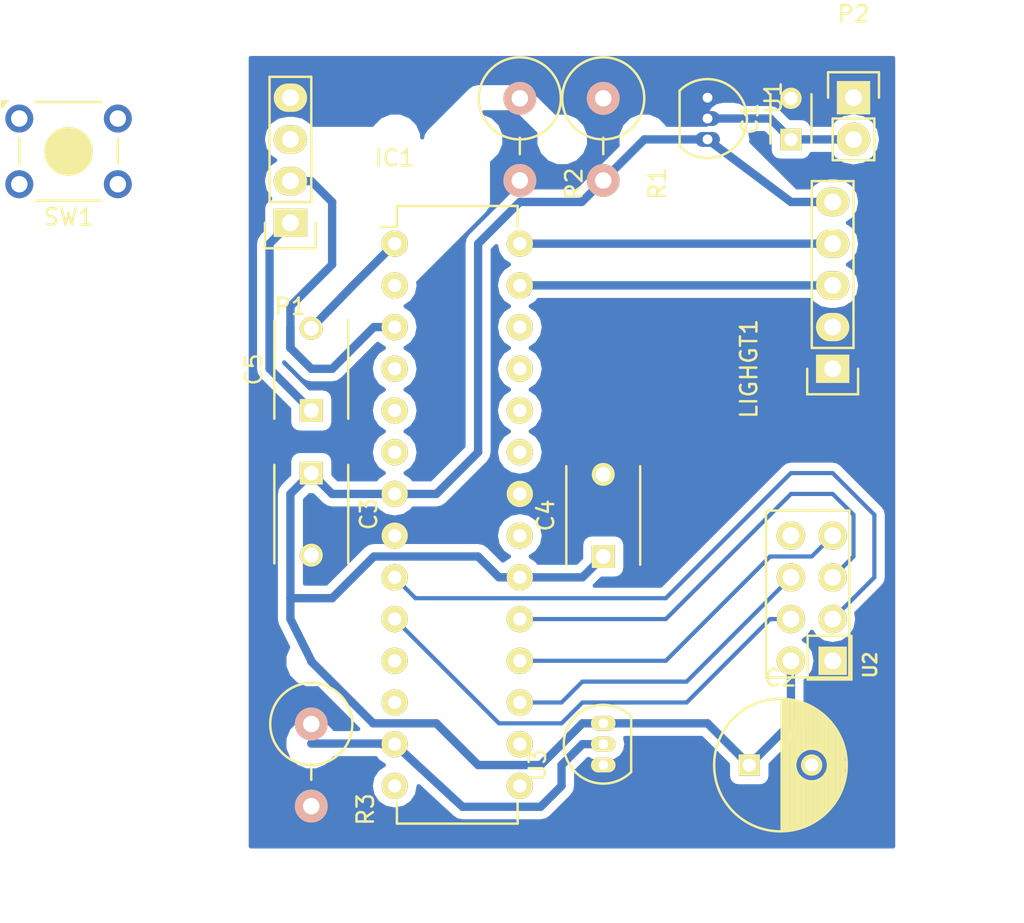
<source format=kicad_pcb>
(kicad_pcb (version 4) (host pcbnew 4.0.1-stable)

  (general
    (links 41)
    (no_connects 8)
    (area 124.354999 90.295 190.88 148.750001)
    (thickness 1.6)
    (drawings 8)
    (tracks 96)
    (zones 0)
    (modules 16)
    (nets 17)
  )

  (page A4)
  (layers
    (0 F.Cu signal)
    (31 B.Cu signal)
    (33 F.Adhes user)
    (35 F.Paste user)
    (37 F.SilkS user)
    (39 F.Mask user)
    (40 Dwgs.User user)
    (41 Cmts.User user)
    (42 Eco1.User user)
    (43 Eco2.User user)
    (44 Edge.Cuts user)
    (45 Margin user)
    (47 F.CrtYd user)
    (49 F.Fab user)
  )

  (setup
    (last_trace_width 0.254)
    (user_trace_width 0.254)
    (user_trace_width 0.508)
    (user_trace_width 1.16)
    (trace_clearance 0.2)
    (zone_clearance 0.508)
    (zone_45_only no)
    (trace_min 0.254)
    (segment_width 0.2)
    (edge_width 0.15)
    (via_size 0.6)
    (via_drill 0.4)
    (via_min_size 0.4)
    (via_min_drill 0.3)
    (uvia_size 0.3)
    (uvia_drill 0.1)
    (uvias_allowed no)
    (uvia_min_size 0.2)
    (uvia_min_drill 0.1)
    (pcb_text_width 0.3)
    (pcb_text_size 1.5 1.5)
    (mod_edge_width 0.15)
    (mod_text_size 1 1)
    (mod_text_width 0.15)
    (pad_size 1.524 1.524)
    (pad_drill 0.762)
    (pad_to_mask_clearance 0.2)
    (aux_axis_origin 0 0)
    (visible_elements 7FFFFFFF)
    (pcbplotparams
      (layerselection 0x00030_80000001)
      (usegerberextensions false)
      (excludeedgelayer true)
      (linewidth 0.100000)
      (plotframeref false)
      (viasonmask false)
      (mode 1)
      (useauxorigin false)
      (hpglpennumber 1)
      (hpglpenspeed 20)
      (hpglpendiameter 15)
      (hpglpenoverlay 2)
      (psnegative false)
      (psa4output false)
      (plotreference true)
      (plotvalue true)
      (plotinvisibletext false)
      (padsonsilk false)
      (subtractmaskfromsilk false)
      (outputformat 1)
      (mirror false)
      (drillshape 1)
      (scaleselection 1)
      (outputdirectory ""))
  )

  (net 0 "")
  (net 1 "Net-(C1-Pad1)")
  (net 2 GND)
  (net 3 +3V3)
  (net 4 /RESET)
  (net 5 /TX)
  (net 6 /RX)
  (net 7 /CE)
  (net 8 /CSN)
  (net 9 "Net-(IC1-Pad13)")
  (net 10 /MOSI)
  (net 11 /MISO)
  (net 12 /SCK)
  (net 13 /SDA)
  (net 14 /SCL)
  (net 15 "Net-(C5-Pad1)")
  (net 16 "Net-(P1-Pad3)")

  (net_class Default "Toto je výchozí třída sítě."
    (clearance 0.2)
    (trace_width 0.254)
    (via_dia 0.6)
    (via_drill 0.4)
    (uvia_dia 0.3)
    (uvia_drill 0.1)
    (add_net /CE)
    (add_net /CSN)
    (add_net /MISO)
    (add_net /MOSI)
    (add_net /RESET)
    (add_net /RX)
    (add_net /SCK)
    (add_net /SCL)
    (add_net /SDA)
    (add_net /TX)
    (add_net GND)
    (add_net "Net-(C1-Pad1)")
    (add_net "Net-(C5-Pad1)")
    (add_net "Net-(IC1-Pad13)")
    (add_net "Net-(P1-Pad3)")
  )

  (net_class Power ""
    (clearance 0.2)
    (trace_width 0.508)
    (via_dia 0.6)
    (via_drill 0.4)
    (uvia_dia 0.3)
    (uvia_drill 0.1)
    (add_net +3V3)
  )

  (module Resistors_ThroughHole:Resistor_Vertical_RM5mm (layer F.Cu) (tedit 0) (tstamp 56B7B90D)
    (at 161.29 99.06 270)
    (descr "Resistor, Vertical, RM 5mm, 1/3W,")
    (tags "Resistor, Vertical, RM 5mm, 1/3W,")
    (path /56B6B171)
    (fp_text reference R1 (at 2.70002 -3.29946 270) (layer F.SilkS)
      (effects (font (size 1 1) (thickness 0.15)))
    )
    (fp_text value 10k (at 0 4.50088 270) (layer F.Fab)
      (effects (font (size 1 1) (thickness 0.15)))
    )
    (fp_line (start -0.09906 0) (end 0.9017 0) (layer F.SilkS) (width 0.15))
    (fp_circle (center -2.49936 0) (end 0 0) (layer F.SilkS) (width 0.15))
    (pad 1 thru_hole circle (at -2.49936 0 270) (size 1.99898 1.99898) (drill 1.00076) (layers *.Cu *.SilkS *.Mask)
      (net 4 /RESET))
    (pad 2 thru_hole circle (at 2.5019 0 270) (size 1.99898 1.99898) (drill 1.00076) (layers *.Cu *.SilkS *.Mask)
      (net 3 +3V3))
  )

  (module Pin_Headers:Pin_Header_Straight_1x02 (layer F.Cu) (tedit 54EA090C) (tstamp 56B7A7F9)
    (at 176.53 96.52)
    (descr "Through hole pin header")
    (tags "pin header")
    (path /56B7A368)
    (fp_text reference P2 (at 0 -5.1) (layer F.SilkS)
      (effects (font (size 1 1) (thickness 0.15)))
    )
    (fp_text value CONN_01X02 (at 0 -3.1) (layer F.Fab)
      (effects (font (size 1 1) (thickness 0.15)))
    )
    (fp_line (start 1.27 1.27) (end 1.27 3.81) (layer F.SilkS) (width 0.15))
    (fp_line (start 1.55 -1.55) (end 1.55 0) (layer F.SilkS) (width 0.15))
    (fp_line (start -1.75 -1.75) (end -1.75 4.3) (layer F.CrtYd) (width 0.05))
    (fp_line (start 1.75 -1.75) (end 1.75 4.3) (layer F.CrtYd) (width 0.05))
    (fp_line (start -1.75 -1.75) (end 1.75 -1.75) (layer F.CrtYd) (width 0.05))
    (fp_line (start -1.75 4.3) (end 1.75 4.3) (layer F.CrtYd) (width 0.05))
    (fp_line (start 1.27 1.27) (end -1.27 1.27) (layer F.SilkS) (width 0.15))
    (fp_line (start -1.55 0) (end -1.55 -1.55) (layer F.SilkS) (width 0.15))
    (fp_line (start -1.55 -1.55) (end 1.55 -1.55) (layer F.SilkS) (width 0.15))
    (fp_line (start -1.27 1.27) (end -1.27 3.81) (layer F.SilkS) (width 0.15))
    (fp_line (start -1.27 3.81) (end 1.27 3.81) (layer F.SilkS) (width 0.15))
    (pad 1 thru_hole rect (at 0 0) (size 2.032 2.032) (drill 1.016) (layers *.Cu *.Mask F.SilkS)
      (net 2 GND))
    (pad 2 thru_hole oval (at 0 2.54) (size 2.032 2.032) (drill 1.016) (layers *.Cu *.Mask F.SilkS)
      (net 1 "Net-(C1-Pad1)"))
    (model Pin_Headers.3dshapes/Pin_Header_Straight_1x02.wrl
      (at (xyz 0 -0.05 0))
      (scale (xyz 1 1 1))
      (rotate (xyz 0 0 90))
    )
  )

  (module Pin_Headers:Pin_Header_Straight_1x04 (layer F.Cu) (tedit 0) (tstamp 56B6ECB5)
    (at 142.24 104.14 180)
    (descr "Through hole pin header")
    (tags "pin header")
    (path /56B6B39A)
    (fp_text reference P1 (at 0 -5.1 180) (layer F.SilkS)
      (effects (font (size 1 1) (thickness 0.15)))
    )
    (fp_text value FTDI (at 0 -3.1 180) (layer F.Fab)
      (effects (font (size 1 1) (thickness 0.15)))
    )
    (fp_line (start -1.75 -1.75) (end -1.75 9.4) (layer F.CrtYd) (width 0.05))
    (fp_line (start 1.75 -1.75) (end 1.75 9.4) (layer F.CrtYd) (width 0.05))
    (fp_line (start -1.75 -1.75) (end 1.75 -1.75) (layer F.CrtYd) (width 0.05))
    (fp_line (start -1.75 9.4) (end 1.75 9.4) (layer F.CrtYd) (width 0.05))
    (fp_line (start -1.27 1.27) (end -1.27 8.89) (layer F.SilkS) (width 0.15))
    (fp_line (start 1.27 1.27) (end 1.27 8.89) (layer F.SilkS) (width 0.15))
    (fp_line (start 1.55 -1.55) (end 1.55 0) (layer F.SilkS) (width 0.15))
    (fp_line (start -1.27 8.89) (end 1.27 8.89) (layer F.SilkS) (width 0.15))
    (fp_line (start 1.27 1.27) (end -1.27 1.27) (layer F.SilkS) (width 0.15))
    (fp_line (start -1.55 0) (end -1.55 -1.55) (layer F.SilkS) (width 0.15))
    (fp_line (start -1.55 -1.55) (end 1.55 -1.55) (layer F.SilkS) (width 0.15))
    (pad 1 thru_hole rect (at 0 0 180) (size 2.032 1.7272) (drill 1.016) (layers *.Cu *.Mask F.SilkS)
      (net 15 "Net-(C5-Pad1)"))
    (pad 2 thru_hole oval (at 0 2.54 180) (size 2.032 1.7272) (drill 1.016) (layers *.Cu *.Mask F.SilkS)
      (net 6 /RX))
    (pad 3 thru_hole oval (at 0 5.08 180) (size 2.032 1.7272) (drill 1.016) (layers *.Cu *.Mask F.SilkS)
      (net 16 "Net-(P1-Pad3)"))
    (pad 4 thru_hole oval (at 0 7.62 180) (size 2.032 1.7272) (drill 1.016) (layers *.Cu *.Mask F.SilkS)
      (net 2 GND))
    (model Pin_Headers.3dshapes/Pin_Header_Straight_1x04.wrl
      (at (xyz 0 -0.15 0))
      (scale (xyz 1 1 1))
      (rotate (xyz 0 0 90))
    )
  )

  (module TO_SOT_Packages_THT:TO-92_Inline_Narrow_Oval (layer F.Cu) (tedit 54F24281) (tstamp 56B67598)
    (at 167.64 96.52 270)
    (descr "TO-92 leads in-line, narrow, oval pads, drill 0.6mm (see NXP sot054_po.pdf)")
    (tags "to-92 sc-43 sc-43a sot54 PA33 transistor")
    (path /56B664E1)
    (fp_text reference U1 (at 0 -4 270) (layer F.SilkS)
      (effects (font (size 1 1) (thickness 0.15)))
    )
    (fp_text value MCP1702-3.3 (at 0 3 270) (layer F.Fab)
      (effects (font (size 1 1) (thickness 0.15)))
    )
    (fp_line (start -1.4 1.95) (end -1.4 -2.65) (layer F.CrtYd) (width 0.05))
    (fp_line (start -1.4 1.95) (end 3.95 1.95) (layer F.CrtYd) (width 0.05))
    (fp_line (start -0.43 1.7) (end 2.97 1.7) (layer F.SilkS) (width 0.15))
    (fp_arc (start 1.27 0) (end 1.27 -2.4) (angle -135) (layer F.SilkS) (width 0.15))
    (fp_arc (start 1.27 0) (end 1.27 -2.4) (angle 135) (layer F.SilkS) (width 0.15))
    (fp_line (start -1.4 -2.65) (end 3.95 -2.65) (layer F.CrtYd) (width 0.05))
    (fp_line (start 3.95 1.95) (end 3.95 -2.65) (layer F.CrtYd) (width 0.05))
    (pad 2 thru_hole oval (at 1.27 0 90) (size 0.89916 1.50114) (drill 0.6) (layers *.Cu *.Mask)
      (net 1 "Net-(C1-Pad1)"))
    (pad 3 thru_hole oval (at 2.54 0 90) (size 0.89916 1.50114) (drill 0.6) (layers *.Cu *.Mask)
      (net 3 +3V3))
    (pad 1 thru_hole oval (at 0 0 90) (size 0.89916 1.50114) (drill 0.6) (layers *.Cu *.Mask)
      (net 2 GND))
    (model TO_SOT_Packages_THT.3dshapes/TO-92_Inline_Narrow_Oval.wrl
      (at (xyz 0.05 0 0))
      (scale (xyz 1 1 1))
      (rotate (xyz 0 0 -90))
    )
  )

  (module Capacitors_ThroughHole:C_Disc_D6_P5 (layer F.Cu) (tedit 0) (tstamp 56B67554)
    (at 143.51 119.38 270)
    (descr "Capacitor 6mm Disc, Pitch 5mm")
    (tags Capacitor)
    (path /56B667B6)
    (fp_text reference C3 (at 2.5 -3.5 270) (layer F.SilkS)
      (effects (font (size 1 1) (thickness 0.15)))
    )
    (fp_text value 100n (at 2.5 3.5 270) (layer F.Fab)
      (effects (font (size 1 1) (thickness 0.15)))
    )
    (fp_line (start -0.95 -2.5) (end 5.95 -2.5) (layer F.CrtYd) (width 0.05))
    (fp_line (start 5.95 -2.5) (end 5.95 2.5) (layer F.CrtYd) (width 0.05))
    (fp_line (start 5.95 2.5) (end -0.95 2.5) (layer F.CrtYd) (width 0.05))
    (fp_line (start -0.95 2.5) (end -0.95 -2.5) (layer F.CrtYd) (width 0.05))
    (fp_line (start -0.5 -2.25) (end 5.5 -2.25) (layer F.SilkS) (width 0.15))
    (fp_line (start 5.5 2.25) (end -0.5 2.25) (layer F.SilkS) (width 0.15))
    (pad 1 thru_hole rect (at 0 0 270) (size 1.4 1.4) (drill 0.9) (layers *.Cu *.Mask F.SilkS)
      (net 3 +3V3))
    (pad 2 thru_hole circle (at 5 0 270) (size 1.4 1.4) (drill 0.9) (layers *.Cu *.Mask F.SilkS)
      (net 2 GND))
    (model Capacitors_ThroughHole.3dshapes/C_Disc_D6_P5.wrl
      (at (xyz 0.0984252 0 0))
      (scale (xyz 1 1 1))
      (rotate (xyz 0 0 0))
    )
  )

  (module Capacitors_ThroughHole:C_Disc_D6_P5 (layer F.Cu) (tedit 0) (tstamp 56B6755A)
    (at 161.29 124.46 90)
    (descr "Capacitor 6mm Disc, Pitch 5mm")
    (tags Capacitor)
    (path /56B66724)
    (fp_text reference C4 (at 2.5 -3.5 90) (layer F.SilkS)
      (effects (font (size 1 1) (thickness 0.15)))
    )
    (fp_text value 100n (at 2.5 3.5 90) (layer F.Fab)
      (effects (font (size 1 1) (thickness 0.15)))
    )
    (fp_line (start -0.95 -2.5) (end 5.95 -2.5) (layer F.CrtYd) (width 0.05))
    (fp_line (start 5.95 -2.5) (end 5.95 2.5) (layer F.CrtYd) (width 0.05))
    (fp_line (start 5.95 2.5) (end -0.95 2.5) (layer F.CrtYd) (width 0.05))
    (fp_line (start -0.95 2.5) (end -0.95 -2.5) (layer F.CrtYd) (width 0.05))
    (fp_line (start -0.5 -2.25) (end 5.5 -2.25) (layer F.SilkS) (width 0.15))
    (fp_line (start 5.5 2.25) (end -0.5 2.25) (layer F.SilkS) (width 0.15))
    (pad 1 thru_hole rect (at 0 0 90) (size 1.4 1.4) (drill 0.9) (layers *.Cu *.Mask F.SilkS)
      (net 3 +3V3))
    (pad 2 thru_hole circle (at 5 0 90) (size 1.4 1.4) (drill 0.9) (layers *.Cu *.Mask F.SilkS)
      (net 2 GND))
    (model Capacitors_ThroughHole.3dshapes/C_Disc_D6_P5.wrl
      (at (xyz 0.0984252 0 0))
      (scale (xyz 1 1 1))
      (rotate (xyz 0 0 0))
    )
  )

  (module Housings_DIP:DIP-28_W7.62mm (layer F.Cu) (tedit 54130A77) (tstamp 56B6757A)
    (at 148.59 105.41)
    (descr "28-lead dip package, row spacing 7.62 mm (300 mils)")
    (tags "dil dip 2.54 300")
    (path /56B6591B)
    (fp_text reference IC1 (at 0 -5.22) (layer F.SilkS)
      (effects (font (size 1 1) (thickness 0.15)))
    )
    (fp_text value ATMEGA328P-P (at 0 -3.72) (layer F.Fab)
      (effects (font (size 1 1) (thickness 0.15)))
    )
    (fp_line (start -1.05 -2.45) (end -1.05 35.5) (layer F.CrtYd) (width 0.05))
    (fp_line (start 8.65 -2.45) (end 8.65 35.5) (layer F.CrtYd) (width 0.05))
    (fp_line (start -1.05 -2.45) (end 8.65 -2.45) (layer F.CrtYd) (width 0.05))
    (fp_line (start -1.05 35.5) (end 8.65 35.5) (layer F.CrtYd) (width 0.05))
    (fp_line (start 0.135 -2.295) (end 0.135 -1.025) (layer F.SilkS) (width 0.15))
    (fp_line (start 7.485 -2.295) (end 7.485 -1.025) (layer F.SilkS) (width 0.15))
    (fp_line (start 7.485 35.315) (end 7.485 34.045) (layer F.SilkS) (width 0.15))
    (fp_line (start 0.135 35.315) (end 0.135 34.045) (layer F.SilkS) (width 0.15))
    (fp_line (start 0.135 -2.295) (end 7.485 -2.295) (layer F.SilkS) (width 0.15))
    (fp_line (start 0.135 35.315) (end 7.485 35.315) (layer F.SilkS) (width 0.15))
    (fp_line (start 0.135 -1.025) (end -0.8 -1.025) (layer F.SilkS) (width 0.15))
    (pad 1 thru_hole oval (at 0 0) (size 1.6 1.6) (drill 0.8) (layers *.Cu *.Mask F.SilkS)
      (net 4 /RESET))
    (pad 2 thru_hole oval (at 0 2.54) (size 1.6 1.6) (drill 0.8) (layers *.Cu *.Mask F.SilkS)
      (net 5 /TX))
    (pad 3 thru_hole oval (at 0 5.08) (size 1.6 1.6) (drill 0.8) (layers *.Cu *.Mask F.SilkS)
      (net 6 /RX))
    (pad 4 thru_hole oval (at 0 7.62) (size 1.6 1.6) (drill 0.8) (layers *.Cu *.Mask F.SilkS))
    (pad 5 thru_hole oval (at 0 10.16) (size 1.6 1.6) (drill 0.8) (layers *.Cu *.Mask F.SilkS))
    (pad 6 thru_hole oval (at 0 12.7) (size 1.6 1.6) (drill 0.8) (layers *.Cu *.Mask F.SilkS))
    (pad 7 thru_hole oval (at 0 15.24) (size 1.6 1.6) (drill 0.8) (layers *.Cu *.Mask F.SilkS)
      (net 3 +3V3))
    (pad 8 thru_hole oval (at 0 17.78) (size 1.6 1.6) (drill 0.8) (layers *.Cu *.Mask F.SilkS)
      (net 2 GND))
    (pad 9 thru_hole oval (at 0 20.32) (size 1.6 1.6) (drill 0.8) (layers *.Cu *.Mask F.SilkS)
      (net 7 /CE))
    (pad 10 thru_hole oval (at 0 22.86) (size 1.6 1.6) (drill 0.8) (layers *.Cu *.Mask F.SilkS)
      (net 8 /CSN))
    (pad 11 thru_hole oval (at 0 25.4) (size 1.6 1.6) (drill 0.8) (layers *.Cu *.Mask F.SilkS))
    (pad 12 thru_hole oval (at 0 27.94) (size 1.6 1.6) (drill 0.8) (layers *.Cu *.Mask F.SilkS))
    (pad 13 thru_hole oval (at 0 30.48) (size 1.6 1.6) (drill 0.8) (layers *.Cu *.Mask F.SilkS)
      (net 9 "Net-(IC1-Pad13)"))
    (pad 14 thru_hole oval (at 0 33.02) (size 1.6 1.6) (drill 0.8) (layers *.Cu *.Mask F.SilkS))
    (pad 15 thru_hole oval (at 7.62 33.02) (size 1.6 1.6) (drill 0.8) (layers *.Cu *.Mask F.SilkS))
    (pad 16 thru_hole oval (at 7.62 30.48) (size 1.6 1.6) (drill 0.8) (layers *.Cu *.Mask F.SilkS))
    (pad 17 thru_hole oval (at 7.62 27.94) (size 1.6 1.6) (drill 0.8) (layers *.Cu *.Mask F.SilkS)
      (net 10 /MOSI))
    (pad 18 thru_hole oval (at 7.62 25.4) (size 1.6 1.6) (drill 0.8) (layers *.Cu *.Mask F.SilkS)
      (net 11 /MISO))
    (pad 19 thru_hole oval (at 7.62 22.86) (size 1.6 1.6) (drill 0.8) (layers *.Cu *.Mask F.SilkS)
      (net 12 /SCK))
    (pad 20 thru_hole oval (at 7.62 20.32) (size 1.6 1.6) (drill 0.8) (layers *.Cu *.Mask F.SilkS)
      (net 3 +3V3))
    (pad 21 thru_hole oval (at 7.62 17.78) (size 1.6 1.6) (drill 0.8) (layers *.Cu *.Mask F.SilkS))
    (pad 22 thru_hole oval (at 7.62 15.24) (size 1.6 1.6) (drill 0.8) (layers *.Cu *.Mask F.SilkS)
      (net 2 GND))
    (pad 23 thru_hole oval (at 7.62 12.7) (size 1.6 1.6) (drill 0.8) (layers *.Cu *.Mask F.SilkS))
    (pad 24 thru_hole oval (at 7.62 10.16) (size 1.6 1.6) (drill 0.8) (layers *.Cu *.Mask F.SilkS))
    (pad 25 thru_hole oval (at 7.62 7.62) (size 1.6 1.6) (drill 0.8) (layers *.Cu *.Mask F.SilkS))
    (pad 26 thru_hole oval (at 7.62 5.08) (size 1.6 1.6) (drill 0.8) (layers *.Cu *.Mask F.SilkS))
    (pad 27 thru_hole oval (at 7.62 2.54) (size 1.6 1.6) (drill 0.8) (layers *.Cu *.Mask F.SilkS)
      (net 13 /SDA))
    (pad 28 thru_hole oval (at 7.62 0) (size 1.6 1.6) (drill 0.8) (layers *.Cu *.Mask F.SilkS)
      (net 14 /SCL))
    (model Housings_DIP.3dshapes/DIP-28_W7.62mm.wrl
      (at (xyz 0 0 0))
      (scale (xyz 1 1 1))
      (rotate (xyz 0 0 0))
    )
  )

  (module Socket_Strips:Socket_Strip_Straight_1x05 (layer F.Cu) (tedit 0) (tstamp 56B67583)
    (at 175.26 113.03 90)
    (descr "Through hole socket strip")
    (tags "socket strip")
    (path /56B65F15)
    (fp_text reference LIGHGT1 (at 0 -5.1 90) (layer F.SilkS)
      (effects (font (size 1 1) (thickness 0.15)))
    )
    (fp_text value BH1750 (at 0 -3.1 90) (layer F.Fab)
      (effects (font (size 1 1) (thickness 0.15)))
    )
    (fp_line (start -1.75 -1.75) (end -1.75 1.75) (layer F.CrtYd) (width 0.05))
    (fp_line (start 11.95 -1.75) (end 11.95 1.75) (layer F.CrtYd) (width 0.05))
    (fp_line (start -1.75 -1.75) (end 11.95 -1.75) (layer F.CrtYd) (width 0.05))
    (fp_line (start -1.75 1.75) (end 11.95 1.75) (layer F.CrtYd) (width 0.05))
    (fp_line (start 1.27 1.27) (end 11.43 1.27) (layer F.SilkS) (width 0.15))
    (fp_line (start 11.43 1.27) (end 11.43 -1.27) (layer F.SilkS) (width 0.15))
    (fp_line (start 11.43 -1.27) (end 1.27 -1.27) (layer F.SilkS) (width 0.15))
    (fp_line (start -1.55 1.55) (end 0 1.55) (layer F.SilkS) (width 0.15))
    (fp_line (start 1.27 1.27) (end 1.27 -1.27) (layer F.SilkS) (width 0.15))
    (fp_line (start 0 -1.55) (end -1.55 -1.55) (layer F.SilkS) (width 0.15))
    (fp_line (start -1.55 -1.55) (end -1.55 1.55) (layer F.SilkS) (width 0.15))
    (pad 1 thru_hole rect (at 0 0 90) (size 1.7272 2.032) (drill 1.016) (layers *.Cu *.Mask F.SilkS)
      (net 2 GND))
    (pad 2 thru_hole oval (at 2.54 0 90) (size 1.7272 2.032) (drill 1.016) (layers *.Cu *.Mask F.SilkS)
      (net 2 GND))
    (pad 3 thru_hole oval (at 5.08 0 90) (size 1.7272 2.032) (drill 1.016) (layers *.Cu *.Mask F.SilkS)
      (net 13 /SDA))
    (pad 4 thru_hole oval (at 7.62 0 90) (size 1.7272 2.032) (drill 1.016) (layers *.Cu *.Mask F.SilkS)
      (net 14 /SCL))
    (pad 5 thru_hole oval (at 10.16 0 90) (size 1.7272 2.032) (drill 1.016) (layers *.Cu *.Mask F.SilkS)
      (net 3 +3V3))
    (model Socket_Strips.3dshapes/Socket_Strip_Straight_1x05.wrl
      (at (xyz 0.2 0 0))
      (scale (xyz 1 1 1))
      (rotate (xyz 0 0 180))
    )
  )

  (module Capacitors_ThroughHole:C_Disc_D6_P5 (layer F.Cu) (tedit 0) (tstamp 56B67838)
    (at 143.51 115.57 90)
    (descr "Capacitor 6mm Disc, Pitch 5mm")
    (tags Capacitor)
    (path /56B6C484)
    (fp_text reference C5 (at 2.5 -3.5 90) (layer F.SilkS)
      (effects (font (size 1 1) (thickness 0.15)))
    )
    (fp_text value 100n (at 2.5 3.5 90) (layer F.Fab)
      (effects (font (size 1 1) (thickness 0.15)))
    )
    (fp_line (start -0.95 -2.5) (end 5.95 -2.5) (layer F.CrtYd) (width 0.05))
    (fp_line (start 5.95 -2.5) (end 5.95 2.5) (layer F.CrtYd) (width 0.05))
    (fp_line (start 5.95 2.5) (end -0.95 2.5) (layer F.CrtYd) (width 0.05))
    (fp_line (start -0.95 2.5) (end -0.95 -2.5) (layer F.CrtYd) (width 0.05))
    (fp_line (start -0.5 -2.25) (end 5.5 -2.25) (layer F.SilkS) (width 0.15))
    (fp_line (start 5.5 2.25) (end -0.5 2.25) (layer F.SilkS) (width 0.15))
    (pad 1 thru_hole rect (at 0 0 90) (size 1.4 1.4) (drill 0.9) (layers *.Cu *.Mask F.SilkS)
      (net 15 "Net-(C5-Pad1)"))
    (pad 2 thru_hole circle (at 5 0 90) (size 1.4 1.4) (drill 0.9) (layers *.Cu *.Mask F.SilkS)
      (net 4 /RESET))
    (model Capacitors_ThroughHole.3dshapes/C_Disc_D6_P5.wrl
      (at (xyz 0.0984252 0 0))
      (scale (xyz 1 1 1))
      (rotate (xyz 0 0 0))
    )
  )

  (module TO_SOT_Packages_THT:TO-92_Inline_Narrow_Oval (layer F.Cu) (tedit 54F24281) (tstamp 56B6EC7B)
    (at 161.29 137.16 90)
    (descr "TO-92 leads in-line, narrow, oval pads, drill 0.6mm (see NXP sot054_po.pdf)")
    (tags "to-92 sc-43 sc-43a sot54 PA33 transistor")
    (path /56B6E8C1)
    (fp_text reference U3 (at 0 -4 90) (layer F.SilkS)
      (effects (font (size 1 1) (thickness 0.15)))
    )
    (fp_text value DS18B20 (at 0 3 90) (layer F.Fab)
      (effects (font (size 1 1) (thickness 0.15)))
    )
    (fp_line (start -1.4 1.95) (end -1.4 -2.65) (layer F.CrtYd) (width 0.05))
    (fp_line (start -1.4 1.95) (end 3.95 1.95) (layer F.CrtYd) (width 0.05))
    (fp_line (start -0.43 1.7) (end 2.97 1.7) (layer F.SilkS) (width 0.15))
    (fp_arc (start 1.27 0) (end 1.27 -2.4) (angle -135) (layer F.SilkS) (width 0.15))
    (fp_arc (start 1.27 0) (end 1.27 -2.4) (angle 135) (layer F.SilkS) (width 0.15))
    (fp_line (start -1.4 -2.65) (end 3.95 -2.65) (layer F.CrtYd) (width 0.05))
    (fp_line (start 3.95 1.95) (end 3.95 -2.65) (layer F.CrtYd) (width 0.05))
    (pad 2 thru_hole oval (at 1.27 0 270) (size 0.89916 1.50114) (drill 0.6) (layers *.Cu *.Mask F.SilkS)
      (net 9 "Net-(IC1-Pad13)"))
    (pad 3 thru_hole oval (at 2.54 0 270) (size 0.89916 1.50114) (drill 0.6) (layers *.Cu *.Mask F.SilkS)
      (net 3 +3V3))
    (pad 1 thru_hole oval (at 0 0 270) (size 0.89916 1.50114) (drill 0.6) (layers *.Cu *.Mask F.SilkS)
      (net 2 GND))
    (model TO_SOT_Packages_THT.3dshapes/TO-92_Inline_Narrow_Oval.wrl
      (at (xyz 0.05 0 0))
      (scale (xyz 1 1 1))
      (rotate (xyz 0 0 -90))
    )
  )

  (module Capacitors_ThroughHole:C_Radial_D8_L13_P3.8 (layer F.Cu) (tedit 0) (tstamp 56B7A63E)
    (at 170.18 137.16)
    (descr "Radial Electrolytic Capacitor Diameter 8mm x Length 13mm, Pitch 3.8mm")
    (tags "Electrolytic Capacitor")
    (path /56B66957)
    (fp_text reference C2 (at 1.9 -5.3) (layer F.SilkS)
      (effects (font (size 1 1) (thickness 0.15)))
    )
    (fp_text value 10u (at 1.9 5.3) (layer F.Fab)
      (effects (font (size 1 1) (thickness 0.15)))
    )
    (fp_line (start 1.975 -3.999) (end 1.975 3.999) (layer F.SilkS) (width 0.15))
    (fp_line (start 2.115 -3.994) (end 2.115 3.994) (layer F.SilkS) (width 0.15))
    (fp_line (start 2.255 -3.984) (end 2.255 3.984) (layer F.SilkS) (width 0.15))
    (fp_line (start 2.395 -3.969) (end 2.395 3.969) (layer F.SilkS) (width 0.15))
    (fp_line (start 2.535 -3.949) (end 2.535 3.949) (layer F.SilkS) (width 0.15))
    (fp_line (start 2.675 -3.924) (end 2.675 3.924) (layer F.SilkS) (width 0.15))
    (fp_line (start 2.815 -3.894) (end 2.815 -0.173) (layer F.SilkS) (width 0.15))
    (fp_line (start 2.815 0.173) (end 2.815 3.894) (layer F.SilkS) (width 0.15))
    (fp_line (start 2.955 -3.858) (end 2.955 -0.535) (layer F.SilkS) (width 0.15))
    (fp_line (start 2.955 0.535) (end 2.955 3.858) (layer F.SilkS) (width 0.15))
    (fp_line (start 3.095 -3.817) (end 3.095 -0.709) (layer F.SilkS) (width 0.15))
    (fp_line (start 3.095 0.709) (end 3.095 3.817) (layer F.SilkS) (width 0.15))
    (fp_line (start 3.235 -3.771) (end 3.235 -0.825) (layer F.SilkS) (width 0.15))
    (fp_line (start 3.235 0.825) (end 3.235 3.771) (layer F.SilkS) (width 0.15))
    (fp_line (start 3.375 -3.718) (end 3.375 -0.905) (layer F.SilkS) (width 0.15))
    (fp_line (start 3.375 0.905) (end 3.375 3.718) (layer F.SilkS) (width 0.15))
    (fp_line (start 3.515 -3.659) (end 3.515 -0.959) (layer F.SilkS) (width 0.15))
    (fp_line (start 3.515 0.959) (end 3.515 3.659) (layer F.SilkS) (width 0.15))
    (fp_line (start 3.655 -3.594) (end 3.655 -0.989) (layer F.SilkS) (width 0.15))
    (fp_line (start 3.655 0.989) (end 3.655 3.594) (layer F.SilkS) (width 0.15))
    (fp_line (start 3.795 -3.523) (end 3.795 -1) (layer F.SilkS) (width 0.15))
    (fp_line (start 3.795 1) (end 3.795 3.523) (layer F.SilkS) (width 0.15))
    (fp_line (start 3.935 -3.444) (end 3.935 -0.991) (layer F.SilkS) (width 0.15))
    (fp_line (start 3.935 0.991) (end 3.935 3.444) (layer F.SilkS) (width 0.15))
    (fp_line (start 4.075 -3.357) (end 4.075 -0.961) (layer F.SilkS) (width 0.15))
    (fp_line (start 4.075 0.961) (end 4.075 3.357) (layer F.SilkS) (width 0.15))
    (fp_line (start 4.215 -3.262) (end 4.215 -0.91) (layer F.SilkS) (width 0.15))
    (fp_line (start 4.215 0.91) (end 4.215 3.262) (layer F.SilkS) (width 0.15))
    (fp_line (start 4.355 -3.158) (end 4.355 -0.832) (layer F.SilkS) (width 0.15))
    (fp_line (start 4.355 0.832) (end 4.355 3.158) (layer F.SilkS) (width 0.15))
    (fp_line (start 4.495 -3.044) (end 4.495 -0.719) (layer F.SilkS) (width 0.15))
    (fp_line (start 4.495 0.719) (end 4.495 3.044) (layer F.SilkS) (width 0.15))
    (fp_line (start 4.635 -2.919) (end 4.635 -0.55) (layer F.SilkS) (width 0.15))
    (fp_line (start 4.635 0.55) (end 4.635 2.919) (layer F.SilkS) (width 0.15))
    (fp_line (start 4.775 -2.781) (end 4.775 -0.222) (layer F.SilkS) (width 0.15))
    (fp_line (start 4.775 0.222) (end 4.775 2.781) (layer F.SilkS) (width 0.15))
    (fp_line (start 4.915 -2.629) (end 4.915 2.629) (layer F.SilkS) (width 0.15))
    (fp_line (start 5.055 -2.459) (end 5.055 2.459) (layer F.SilkS) (width 0.15))
    (fp_line (start 5.195 -2.268) (end 5.195 2.268) (layer F.SilkS) (width 0.15))
    (fp_line (start 5.335 -2.05) (end 5.335 2.05) (layer F.SilkS) (width 0.15))
    (fp_line (start 5.475 -1.794) (end 5.475 1.794) (layer F.SilkS) (width 0.15))
    (fp_line (start 5.615 -1.483) (end 5.615 1.483) (layer F.SilkS) (width 0.15))
    (fp_line (start 5.755 -1.067) (end 5.755 1.067) (layer F.SilkS) (width 0.15))
    (fp_line (start 5.895 -0.2) (end 5.895 0.2) (layer F.SilkS) (width 0.15))
    (fp_circle (center 3.8 0) (end 3.8 -1) (layer F.SilkS) (width 0.15))
    (fp_circle (center 1.9 0) (end 1.9 -4.0375) (layer F.SilkS) (width 0.15))
    (fp_circle (center 1.9 0) (end 1.9 -4.3) (layer F.CrtYd) (width 0.05))
    (pad 1 thru_hole rect (at 0 0) (size 1.3 1.3) (drill 0.8) (layers *.Cu *.Mask F.SilkS)
      (net 3 +3V3))
    (pad 2 thru_hole circle (at 3.8 0) (size 1.3 1.3) (drill 0.8) (layers *.Cu *.Mask F.SilkS)
      (net 2 GND))
    (model Capacitors_ThroughHole.3dshapes/C_Radial_D8_L13_P3.8.wrl
      (at (xyz 0.0748031 0 0))
      (scale (xyz 1 1 1))
      (rotate (xyz 0 0 90))
    )
  )

  (module Capacitors_ThroughHole:C_Disc_D3_P2.5 (layer F.Cu) (tedit 0) (tstamp 56B7A7F4)
    (at 172.72 99.06 90)
    (descr "Capacitor 3mm Disc, Pitch 2.5mm")
    (tags Capacitor)
    (path /56B669AA)
    (fp_text reference C1 (at 1.25 -2.5 90) (layer F.SilkS)
      (effects (font (size 1 1) (thickness 0.15)))
    )
    (fp_text value 1u (at 1.25 2.5 90) (layer F.Fab)
      (effects (font (size 1 1) (thickness 0.15)))
    )
    (fp_line (start -0.9 -1.5) (end 3.4 -1.5) (layer F.CrtYd) (width 0.05))
    (fp_line (start 3.4 -1.5) (end 3.4 1.5) (layer F.CrtYd) (width 0.05))
    (fp_line (start 3.4 1.5) (end -0.9 1.5) (layer F.CrtYd) (width 0.05))
    (fp_line (start -0.9 1.5) (end -0.9 -1.5) (layer F.CrtYd) (width 0.05))
    (fp_line (start -0.25 -1.25) (end 2.75 -1.25) (layer F.SilkS) (width 0.15))
    (fp_line (start 2.75 1.25) (end -0.25 1.25) (layer F.SilkS) (width 0.15))
    (pad 1 thru_hole rect (at 0 0 90) (size 1.3 1.3) (drill 0.8) (layers *.Cu *.Mask F.SilkS)
      (net 1 "Net-(C1-Pad1)"))
    (pad 2 thru_hole circle (at 2.5 0 90) (size 1.3 1.3) (drill 0.8001) (layers *.Cu *.Mask F.SilkS)
      (net 2 GND))
    (model Capacitors_ThroughHole.3dshapes/C_Disc_D3_P2.5.wrl
      (at (xyz 0.0492126 0 0))
      (scale (xyz 1 1 1))
      (rotate (xyz 0 0 0))
    )
  )

  (module Modules:NRF24L01+ (layer F.Cu) (tedit 56B7B3FE) (tstamp 56B7B778)
    (at 176.53 132.08 270)
    (descr NRF24L01)
    (tags "nRF 24 NRF24L01 NRF24L01+")
    (path /56B663C1)
    (fp_text reference U2 (at -1.016 -1.016 270) (layer F.SilkS)
      (effects (font (size 0.8 0.8) (thickness 0.16)))
    )
    (fp_text value nRF24L01+ (at -8.382 7.112 270) (layer F.Fab) hide
      (effects (font (size 0.8 0.8) (thickness 0.16)))
    )
    (fp_line (start -15.25 28.8) (end 0 28.8) (layer F.CrtYd) (width 0.15))
    (fp_line (start 0 28.8) (end 0 0) (layer F.CrtYd) (width 0.15))
    (fp_line (start 0 0) (end -15.25 0) (layer F.CrtYd) (width 0.15))
    (fp_line (start -15.25 0) (end -15.25 28.8) (layer F.CrtYd) (width 0.15))
    (fp_line (start -2.794 0.127) (end -0.127 0.127) (layer F.SilkS) (width 0.15))
    (fp_line (start -0.127 0.127) (end -0.127 2.794) (layer F.SilkS) (width 0.15))
    (fp_line (start 0 0) (end -15.25 0) (layer B.CrtYd) (width 0.15))
    (fp_line (start -15.25 0) (end -15.25 28.8) (layer B.CrtYd) (width 0.15))
    (fp_line (start -15.25 28.8) (end 0 28.8) (layer B.CrtYd) (width 0.15))
    (fp_line (start 0 28.8) (end 0 0) (layer B.CrtYd) (width 0.15))
    (fp_line (start -7.874 0.254) (end -10.414 0.254) (layer F.SilkS) (width 0.15))
    (fp_line (start -10.414 0.254) (end -10.414 2.794) (layer F.SilkS) (width 0.15))
    (fp_line (start -2.794 0.254) (end -2.794 2.794) (layer F.SilkS) (width 0.15))
    (fp_line (start -2.794 2.794) (end -0.254 2.794) (layer F.SilkS) (width 0.15))
    (fp_line (start -10.894 -0.226) (end -10.894 5.824) (layer F.CrtYd) (width 0.05))
    (fp_line (start 0.256 -0.226) (end 0.256 5.824) (layer F.CrtYd) (width 0.05))
    (fp_line (start -10.894 -0.226) (end 0.256 -0.226) (layer F.CrtYd) (width 0.05))
    (fp_line (start -10.894 5.824) (end 0.256 5.824) (layer F.CrtYd) (width 0.05))
    (fp_line (start -7.874 0.254) (end -0.254 0.254) (layer F.SilkS) (width 0.15))
    (fp_line (start -0.254 0.254) (end -0.254 5.334) (layer F.SilkS) (width 0.15))
    (fp_line (start -0.254 5.334) (end -10.414 5.334) (layer F.SilkS) (width 0.15))
    (fp_line (start -10.414 5.334) (end -10.414 2.794) (layer F.SilkS) (width 0.15))
    (pad 7 thru_hole oval (at -8.89 1.27 270) (size 1.7272 1.7272) (drill 1.016) (layers *.Cu *.Mask F.SilkS)
      (net 11 /MISO))
    (pad 8 thru_hole oval (at -8.89 3.81 270) (size 1.7272 1.7272) (drill 1.016) (layers *.Cu *.Mask F.SilkS))
    (pad 5 thru_hole oval (at -6.35 1.27 270) (size 1.7272 1.7272) (drill 1.016) (layers *.Cu *.Mask F.SilkS)
      (net 12 /SCK))
    (pad 6 thru_hole oval (at -6.35 3.81 270) (size 1.7272 1.7272) (drill 1.016) (layers *.Cu *.Mask F.SilkS)
      (net 10 /MOSI))
    (pad 3 thru_hole oval (at -3.81 1.27 270) (size 1.7272 1.7272) (drill 1.016) (layers *.Cu *.Mask F.SilkS)
      (net 7 /CE))
    (pad 4 thru_hole oval (at -3.81 3.81 270) (size 1.7272 1.7272) (drill 1.016) (layers *.Cu *.Mask F.SilkS)
      (net 8 /CSN))
    (pad 1 thru_hole rect (at -1.27 1.27 270) (size 1.7272 1.7272) (drill 1.016) (layers *.Cu *.Mask F.SilkS)
      (net 2 GND))
    (pad 2 thru_hole oval (at -1.27 3.81 270) (size 1.7272 1.7272) (drill 1.016) (layers *.Cu *.Mask F.SilkS)
      (net 3 +3V3))
    (model Socket_Strips.3dshapes/Socket_Strip_Straight_2x04.wrl
      (at (xyz -0.21 -0.11 0))
      (scale (xyz 1 1 1))
      (rotate (xyz 0 0 0))
    )
    (model Pin_Headers.3dshapes/Pin_Header_Straight_2x04.wrl
      (at (xyz -0.21 -0.11 0.442))
      (scale (xyz 1 1 1))
      (rotate (xyz 0 180 0))
    )
    (model mysensors.3dshapes/nrf24l01.wrl
      (at (xyz -0.3 -0.5669999999999999 0.475))
      (scale (xyz 0.395 0.395 0.395))
      (rotate (xyz 0 0 0))
    )
    (model Housings_DFN_QFN.3dshapes/QFN-20-1EP_4x4mm_Pitch0.5mm.wrl
      (at (xyz -0.22 -0.51 0.509))
      (scale (xyz 1 1 1))
      (rotate (xyz 0 0 0))
    )
    (model mysensors.3dshapes/w.lain.3dshapes/crystal/crystal_hc-49s.wrl
      (at (xyz -0.5 -0.475 0.51))
      (scale (xyz 1 1 1))
      (rotate (xyz 0 0 90))
    )
  )

  (module Resistors_ThroughHole:Resistor_Vertical_RM5mm (layer F.Cu) (tedit 0) (tstamp 56B7B912)
    (at 156.21 99.06 270)
    (descr "Resistor, Vertical, RM 5mm, 1/3W,")
    (tags "Resistor, Vertical, RM 5mm, 1/3W,")
    (path /56B6C956)
    (fp_text reference R2 (at 2.70002 -3.29946 270) (layer F.SilkS)
      (effects (font (size 1 1) (thickness 0.15)))
    )
    (fp_text value 10k (at 0 4.50088 270) (layer F.Fab)
      (effects (font (size 1 1) (thickness 0.15)))
    )
    (fp_line (start -0.09906 0) (end 0.9017 0) (layer F.SilkS) (width 0.15))
    (fp_circle (center -2.49936 0) (end 0 0) (layer F.SilkS) (width 0.15))
    (pad 1 thru_hole circle (at -2.49936 0 270) (size 1.99898 1.99898) (drill 1.00076) (layers *.Cu *.SilkS *.Mask)
      (net 16 "Net-(P1-Pad3)"))
    (pad 2 thru_hole circle (at 2.5019 0 270) (size 1.99898 1.99898) (drill 1.00076) (layers *.Cu *.SilkS *.Mask)
      (net 5 /TX))
  )

  (module Resistors_ThroughHole:Resistor_Vertical_RM5mm (layer F.Cu) (tedit 0) (tstamp 56B7B917)
    (at 143.51 137.16 270)
    (descr "Resistor, Vertical, RM 5mm, 1/3W,")
    (tags "Resistor, Vertical, RM 5mm, 1/3W,")
    (path /56B6ECA0)
    (fp_text reference R3 (at 2.70002 -3.29946 270) (layer F.SilkS)
      (effects (font (size 1 1) (thickness 0.15)))
    )
    (fp_text value 4k7 (at 0 4.50088 270) (layer F.Fab)
      (effects (font (size 1 1) (thickness 0.15)))
    )
    (fp_line (start -0.09906 0) (end 0.9017 0) (layer F.SilkS) (width 0.15))
    (fp_circle (center -2.49936 0) (end 0 0) (layer F.SilkS) (width 0.15))
    (pad 1 thru_hole circle (at -2.49936 0 270) (size 1.99898 1.99898) (drill 1.00076) (layers *.Cu *.SilkS *.Mask)
      (net 3 +3V3))
    (pad 2 thru_hole circle (at 2.5019 0 270) (size 1.99898 1.99898) (drill 1.00076) (layers *.Cu *.SilkS *.Mask)
      (net 9 "Net-(IC1-Pad13)"))
  )

  (module Buttons_Switches_ThroughHole:SW_TH_Tactile_Omron_B3F-10xx (layer F.Cu) (tedit 563F14D4) (tstamp 56DC5344)
    (at 125.73 97.79)
    (descr SW_TH_Tactile_Omron_B3F-10xx)
    (tags "Omron B3F-10xx")
    (path /56DC51C5)
    (fp_text reference SW1 (at 3 6) (layer F.SilkS)
      (effects (font (size 1 1) (thickness 0.15)))
    )
    (fp_text value SW_PUSH (at 2.95 -2.05) (layer F.Fab)
      (effects (font (size 1 1) (thickness 0.15)))
    )
    (fp_line (start -0.95 -1) (end -0.95 -0.9) (layer F.SilkS) (width 0.15))
    (fp_line (start -1.05 -1.05) (end -0.7 -1.05) (layer F.SilkS) (width 0.15))
    (fp_arc (start 0 0) (end -1.05 -0.7) (angle 22.61986495) (layer F.SilkS) (width 0.15))
    (fp_line (start -1.05 -1.05) (end -1.05 -0.7) (layer F.SilkS) (width 0.15))
    (fp_line (start 7.15 -1.15) (end 0.45 -1.15) (layer F.CrtYd) (width 0.05))
    (fp_line (start 7.15 5.15) (end 7.15 -1.15) (layer F.CrtYd) (width 0.05))
    (fp_line (start -1.15 5.15) (end 7.15 5.15) (layer F.CrtYd) (width 0.05))
    (fp_line (start -1.15 0) (end -1.15 5.15) (layer F.CrtYd) (width 0.05))
    (fp_line (start -1.15 -1.15) (end 0.45 -1.15) (layer F.CrtYd) (width 0.05))
    (fp_line (start -1.15 0) (end -1.15 -1.15) (layer F.CrtYd) (width 0.05))
    (fp_circle (center 3 2) (end 4 3) (layer F.SilkS) (width 0.15))
    (fp_line (start 1 5) (end 5 5) (layer F.SilkS) (width 0.15))
    (fp_line (start 1 -1) (end 5 -1) (layer F.SilkS) (width 0.15))
    (fp_line (start 0 2.75) (end 0 1.25) (layer F.SilkS) (width 0.15))
    (fp_line (start 6 1.25) (end 6 2.75) (layer F.SilkS) (width 0.15))
    (fp_line (start 0 2) (end 0 2) (layer F.SilkS) (width 0))
    (fp_line (start 5 5) (end 1 5) (layer F.SilkS) (width 0))
    (fp_line (start 5 -1) (end 1 -1) (layer F.SilkS) (width 0))
    (fp_line (start 6 2) (end 6 2) (layer F.SilkS) (width 0))
    (fp_circle (center 3 2) (end 4 3) (layer F.SilkS) (width 0))
    (pad 4 thru_hole circle (at 6 4) (size 1.7 1.7) (drill 1) (layers *.Cu *.Mask))
    (pad 3 thru_hole circle (at 0 4) (size 1.7 1.7) (drill 1) (layers *.Cu *.Mask))
    (pad 2 thru_hole circle (at 6 0) (size 1.7 1.7) (drill 1) (layers *.Cu *.Mask)
      (net 2 GND))
    (pad 1 thru_hole circle (at 0 0) (size 1.7 1.7) (drill 1) (layers *.Cu *.Mask)
      (net 4 /RESET))
  )

  (dimension 48.26 (width 0.3) (layer Margin)
    (gr_text "48,260 mm" (at 184.23 118.11 90) (layer Margin)
      (effects (font (size 1.5 1.5) (thickness 0.3)))
    )
    (feature1 (pts (xy 180.34 93.98) (xy 185.58 93.98)))
    (feature2 (pts (xy 180.34 142.24) (xy 185.58 142.24)))
    (crossbar (pts (xy 182.88 142.24) (xy 182.88 93.98)))
    (arrow1a (pts (xy 182.88 93.98) (xy 183.466421 95.106504)))
    (arrow1b (pts (xy 182.88 93.98) (xy 182.293579 95.106504)))
    (arrow2a (pts (xy 182.88 142.24) (xy 183.466421 141.113496)))
    (arrow2b (pts (xy 182.88 142.24) (xy 182.293579 141.113496)))
  )
  (dimension 39.37 (width 0.3) (layer Margin)
    (gr_text "39,370 mm" (at 159.385 147.4) (layer Margin)
      (effects (font (size 1.5 1.5) (thickness 0.3)))
    )
    (feature1 (pts (xy 179.07 143.51) (xy 179.07 148.75)))
    (feature2 (pts (xy 139.7 143.51) (xy 139.7 148.75)))
    (crossbar (pts (xy 139.7 146.05) (xy 179.07 146.05)))
    (arrow1a (pts (xy 179.07 146.05) (xy 177.943496 146.636421)))
    (arrow1b (pts (xy 179.07 146.05) (xy 177.943496 145.463579)))
    (arrow2a (pts (xy 139.7 146.05) (xy 140.826504 146.636421)))
    (arrow2b (pts (xy 139.7 146.05) (xy 140.826504 145.463579)))
  )
  (gr_line (start 177.8 142.24) (end 179.07 142.24) (angle 90) (layer Margin) (width 0.2))
  (gr_line (start 179.07 93.98) (end 177.8 93.98) (angle 90) (layer Margin) (width 0.2))
  (gr_line (start 139.7 142.24) (end 139.7 93.98) (angle 90) (layer Margin) (width 0.2))
  (gr_line (start 177.8 142.24) (end 139.7 142.24) (angle 90) (layer Margin) (width 0.2))
  (gr_line (start 179.07 93.98) (end 179.07 142.24) (angle 90) (layer Margin) (width 0.2))
  (gr_line (start 139.7 93.98) (end 177.8 93.98) (angle 90) (layer Margin) (width 0.2))

  (segment (start 172.72 99.06) (end 176.53 99.06) (width 0.508) (layer B.Cu) (net 1))
  (segment (start 167.64 97.79) (end 171.45 97.79) (width 0.508) (layer B.Cu) (net 1) (status 10))
  (segment (start 171.45 97.79) (end 172.72 99.06) (width 0.508) (layer B.Cu) (net 1) (tstamp 56B7BADF))
  (segment (start 156.21 125.73) (end 154.94 125.73) (width 0.508) (layer B.Cu) (net 3))
  (segment (start 144.78 127) (end 142.24 127) (width 0.508) (layer B.Cu) (net 3) (tstamp 56B7BCD9))
  (segment (start 147.32 124.46) (end 144.78 127) (width 0.508) (layer B.Cu) (net 3) (tstamp 56B7BCD4))
  (segment (start 153.67 124.46) (end 147.32 124.46) (width 0.508) (layer B.Cu) (net 3) (tstamp 56B7BCD1))
  (segment (start 154.94 125.73) (end 153.67 124.46) (width 0.508) (layer B.Cu) (net 3) (tstamp 56B7BCCC))
  (segment (start 161.29 134.62) (end 160.02 134.62) (width 0.508) (layer B.Cu) (net 3))
  (segment (start 147.27936 134.62) (end 143.51 130.85064) (width 0.508) (layer B.Cu) (net 3) (tstamp 56B7BC86))
  (segment (start 151.13 134.62) (end 147.27936 134.62) (width 0.508) (layer B.Cu) (net 3) (tstamp 56B7BC83))
  (segment (start 153.67 137.16) (end 151.13 134.62) (width 0.508) (layer B.Cu) (net 3) (tstamp 56B7BC81))
  (segment (start 157.48 137.16) (end 153.67 137.16) (width 0.508) (layer B.Cu) (net 3) (tstamp 56B7BC79))
  (segment (start 160.02 134.62) (end 157.48 137.16) (width 0.508) (layer B.Cu) (net 3) (tstamp 56B7BC76))
  (segment (start 148.59 120.65) (end 151.13 120.65) (width 0.508) (layer B.Cu) (net 3))
  (segment (start 151.13 120.65) (end 153.67 118.11) (width 0.508) (layer B.Cu) (net 3) (tstamp 56B7BB31))
  (segment (start 175.26 102.87) (end 172.72 102.87) (width 0.508) (layer B.Cu) (net 3))
  (segment (start 172.72 102.87) (end 167.64 99.06) (width 0.508) (layer B.Cu) (net 3) (tstamp 56B7BAEA) (status 20))
  (segment (start 143.51 130.85064) (end 143.51 130.81) (width 0.508) (layer B.Cu) (net 3) (status 30))
  (segment (start 143.51 130.81) (end 142.24 128.27) (width 0.508) (layer B.Cu) (net 3) (tstamp 56B7BA98) (status 10))
  (segment (start 142.24 128.27) (end 142.24 127) (width 0.508) (layer B.Cu) (net 3) (tstamp 56B7BA9B))
  (segment (start 142.24 127) (end 142.24 120.65) (width 0.508) (layer B.Cu) (net 3) (tstamp 56B7BCEA))
  (segment (start 142.24 120.65) (end 143.51 119.38) (width 0.508) (layer B.Cu) (net 3) (tstamp 56B7BAA0))
  (segment (start 148.59 120.65) (end 144.78 120.65) (width 0.508) (layer B.Cu) (net 3))
  (segment (start 144.78 120.65) (end 143.51 119.38) (width 0.508) (layer B.Cu) (net 3) (tstamp 56B7B7EA))
  (segment (start 156.21 125.73) (end 160.02 125.73) (width 0.508) (layer B.Cu) (net 3))
  (segment (start 160.02 125.73) (end 161.29 124.46) (width 0.508) (layer B.Cu) (net 3) (tstamp 56B7B7DF))
  (segment (start 161.29 134.62) (end 167.64 134.62) (width 0.508) (layer B.Cu) (net 3))
  (segment (start 167.64 134.62) (end 170.18 137.16) (width 0.508) (layer B.Cu) (net 3) (tstamp 56B7B046))
  (segment (start 170.18 137.16) (end 172.72 134.62) (width 0.508) (layer B.Cu) (net 3) (tstamp 56B7B04B))
  (segment (start 172.72 134.62) (end 172.72 130.81) (width 0.508) (layer B.Cu) (net 3) (tstamp 56B7B04C) (status 20))
  (segment (start 172.72 130.81) (end 172.466 130.556) (width 0.508) (layer B.Cu) (net 3) (tstamp 56B7B054) (status 30))
  (segment (start 159.9819 102.87) (end 163.7919 99.06) (width 0.508) (layer B.Cu) (net 3) (tstamp 56B7BB45))
  (segment (start 156.21 102.87) (end 159.9819 102.87) (width 0.508) (layer B.Cu) (net 3) (tstamp 56B7BB41))
  (segment (start 153.67 105.41) (end 156.21 102.87) (width 0.508) (layer B.Cu) (net 3) (tstamp 56B7BB3A))
  (segment (start 153.67 118.11) (end 153.67 105.41) (width 0.508) (layer B.Cu) (net 3) (tstamp 56B7BB35))
  (segment (start 163.7919 99.06) (end 167.64 99.06) (width 0.508) (layer B.Cu) (net 3) (status 20))
  (segment (start 143.51 110.57) (end 145.97 108.03) (width 0.508) (layer B.Cu) (net 4) (status 10))
  (segment (start 145.97 108.03) (end 148.59 105.41) (width 0.508) (layer B.Cu) (net 4) (tstamp 56B7BA36))
  (segment (start 148.59 105.41) (end 149.0853 105.41) (width 0.508) (layer B.Cu) (net 4) (status 30))
  (segment (start 148.1836 105.8164) (end 148.59 105.41) (width 0.508) (layer B.Cu) (net 4) (status 30))
  (segment (start 149.0853 107.95) (end 148.59 107.95) (width 0.508) (layer B.Cu) (net 5) (tstamp 56B7AED0) (status 30))
  (segment (start 142.24 101.6) (end 143.51 101.6) (width 0.508) (layer B.Cu) (net 6))
  (segment (start 142.24 109.22) (end 142.24 111.76) (width 0.508) (layer B.Cu) (net 6) (tstamp 56B7BEDF))
  (segment (start 144.78 106.68) (end 142.24 109.22) (width 0.508) (layer B.Cu) (net 6) (tstamp 56B7BEDA))
  (segment (start 144.78 102.87) (end 144.78 106.68) (width 0.508) (layer B.Cu) (net 6) (tstamp 56B7BED7))
  (segment (start 143.51 101.6) (end 144.78 102.87) (width 0.508) (layer B.Cu) (net 6) (tstamp 56B7BED5))
  (segment (start 142.24 111.76) (end 142.24 110.49) (width 0.508) (layer B.Cu) (net 6) (tstamp 56B7BEE0))
  (segment (start 142.24 110.49) (end 142.24 111.76) (width 0.508) (layer B.Cu) (net 6) (tstamp 56B7BEE4))
  (segment (start 142.24 111.76) (end 143.51 113.03) (width 0.508) (layer B.Cu) (net 6) (tstamp 56B7BEE9))
  (segment (start 143.51 113.03) (end 144.78 113.03) (width 0.508) (layer B.Cu) (net 6) (tstamp 56B7BEEB))
  (segment (start 144.78 113.03) (end 147.32 110.49) (width 0.508) (layer B.Cu) (net 6) (tstamp 56B7BEF4))
  (segment (start 147.32 110.49) (end 148.59 110.49) (width 0.508) (layer B.Cu) (net 6) (tstamp 56B7BEFA))
  (segment (start 175.26 128.27) (end 176.53 127) (width 0.254) (layer B.Cu) (net 7))
  (segment (start 149.86 127) (end 148.59 125.73) (width 0.254) (layer B.Cu) (net 7) (tstamp 56B7B7D5))
  (segment (start 165.1 127) (end 149.86 127) (width 0.254) (layer B.Cu) (net 7) (tstamp 56B7B7D3))
  (segment (start 172.72 119.38) (end 165.1 127) (width 0.254) (layer B.Cu) (net 7) (tstamp 56B7B7D1))
  (segment (start 175.26 119.38) (end 172.72 119.38) (width 0.254) (layer B.Cu) (net 7) (tstamp 56B7B7CF))
  (segment (start 177.8 121.92) (end 175.26 119.38) (width 0.254) (layer B.Cu) (net 7) (tstamp 56B7B7CD))
  (segment (start 177.8 125.73) (end 177.8 121.92) (width 0.254) (layer B.Cu) (net 7) (tstamp 56B7B7CC))
  (segment (start 176.53 127) (end 177.8 125.73) (width 0.254) (layer B.Cu) (net 7) (tstamp 56B7B7CB))
  (segment (start 172.72 128.27) (end 171.45 128.27) (width 0.254) (layer B.Cu) (net 8))
  (segment (start 154.94 134.62) (end 148.59 128.27) (width 0.254) (layer B.Cu) (net 8) (tstamp 56B7B7B8))
  (segment (start 158.75 134.62) (end 154.94 134.62) (width 0.254) (layer B.Cu) (net 8) (tstamp 56B7B7B6))
  (segment (start 160.02 133.35) (end 158.75 134.62) (width 0.254) (layer B.Cu) (net 8) (tstamp 56B7B7B4))
  (segment (start 166.37 133.35) (end 160.02 133.35) (width 0.254) (layer B.Cu) (net 8) (tstamp 56B7B7B2))
  (segment (start 171.45 128.27) (end 166.37 133.35) (width 0.254) (layer B.Cu) (net 8) (tstamp 56B7B7B0))
  (segment (start 143.51 135.8519) (end 148.5519 135.8519) (width 0.508) (layer B.Cu) (net 9) (status 10))
  (segment (start 148.5519 135.8519) (end 148.59 135.89) (width 0.508) (layer B.Cu) (net 9) (tstamp 56B7BA5A))
  (segment (start 161.29 135.89) (end 160.02 135.89) (width 0.508) (layer B.Cu) (net 9))
  (segment (start 152.7175 139.7) (end 148.59 135.89) (width 0.508) (layer B.Cu) (net 9) (tstamp 56B7B033) (status 20))
  (segment (start 157.48 139.7) (end 152.7175 139.7) (width 0.508) (layer B.Cu) (net 9) (tstamp 56B7B030))
  (segment (start 158.75 138.43) (end 157.48 139.7) (width 0.508) (layer B.Cu) (net 9) (tstamp 56B7B02D))
  (segment (start 158.75 137.16) (end 158.75 138.43) (width 0.508) (layer B.Cu) (net 9) (tstamp 56B7B02B))
  (segment (start 160.02 135.89) (end 158.75 137.16) (width 0.508) (layer B.Cu) (net 9) (tstamp 56B7B024))
  (segment (start 148.59 135.89) (end 147.8153 135.89) (width 0.508) (layer B.Cu) (net 9) (status 30))
  (segment (start 156.21 133.35) (end 158.75 133.35) (width 0.254) (layer B.Cu) (net 10))
  (segment (start 166.37 132.08) (end 172.72 125.73) (width 0.254) (layer B.Cu) (net 10) (tstamp 56B7B7AC))
  (segment (start 160.02 132.08) (end 166.37 132.08) (width 0.254) (layer B.Cu) (net 10) (tstamp 56B7B7AA))
  (segment (start 158.75 133.35) (end 160.02 132.08) (width 0.254) (layer B.Cu) (net 10) (tstamp 56B7B7A8))
  (segment (start 175.26 123.19) (end 173.99 124.46) (width 0.254) (layer B.Cu) (net 11))
  (segment (start 165.1 130.81) (end 156.21 130.81) (width 0.254) (layer B.Cu) (net 11) (tstamp 56B7B79B))
  (segment (start 171.45 124.46) (end 165.1 130.81) (width 0.254) (layer B.Cu) (net 11) (tstamp 56B7B79A))
  (segment (start 173.99 124.46) (end 171.45 124.46) (width 0.254) (layer B.Cu) (net 11) (tstamp 56B7B799))
  (segment (start 175.26 125.73) (end 176.53 124.46) (width 0.254) (layer B.Cu) (net 12))
  (segment (start 165.1 128.27) (end 156.21 128.27) (width 0.254) (layer B.Cu) (net 12) (tstamp 56B7B7C2))
  (segment (start 172.72 120.65) (end 165.1 128.27) (width 0.254) (layer B.Cu) (net 12) (tstamp 56B7B7C0))
  (segment (start 175.26 120.65) (end 172.72 120.65) (width 0.254) (layer B.Cu) (net 12) (tstamp 56B7B7BE))
  (segment (start 176.53 121.92) (end 175.26 120.65) (width 0.254) (layer B.Cu) (net 12) (tstamp 56B7B7BD))
  (segment (start 176.53 124.46) (end 176.53 121.92) (width 0.254) (layer B.Cu) (net 12) (tstamp 56B7B7BC))
  (segment (start 156.21 107.95) (end 175.26 107.95) (width 0.508) (layer B.Cu) (net 13) (status 20))
  (segment (start 156.6164 108.3564) (end 156.21 107.95) (width 0.508) (layer B.Cu) (net 13) (status 30))
  (segment (start 156.21 105.41) (end 175.26 105.41) (width 0.508) (layer B.Cu) (net 14) (status 20))
  (segment (start 143.51 115.57) (end 140.97 113.03) (width 0.508) (layer B.Cu) (net 15))
  (segment (start 140.97 105.41) (end 142.24 104.14) (width 0.508) (layer B.Cu) (net 15) (tstamp 56B7BF04))
  (segment (start 140.97 113.03) (end 140.97 105.41) (width 0.508) (layer B.Cu) (net 15) (tstamp 56B7BF02))

  (zone (net 2) (net_name GND) (layer B.Cu) (tstamp 56B7BD16) (hatch edge 0.508)
    (connect_pads yes (clearance 0.508))
    (min_thickness 0.254)
    (fill yes (arc_segments 16) (thermal_gap 0.508) (thermal_bridge_width 0.508))
    (polygon
      (pts
        (xy 179.07 142.24) (xy 139.7 142.24) (xy 139.7 93.98) (xy 179.07 93.98) (xy 179.07 142.24)
      )
    )
    (filled_polygon
      (pts
        (xy 178.943 142.113) (xy 139.827 142.113) (xy 139.827 105.41) (xy 140.081 105.41) (xy 140.081 113.03)
        (xy 140.148671 113.370206) (xy 140.288284 113.579151) (xy 140.341382 113.658618) (xy 142.16256 115.479796) (xy 142.16256 116.27)
        (xy 142.206838 116.505317) (xy 142.34591 116.721441) (xy 142.55811 116.866431) (xy 142.81 116.91744) (xy 144.21 116.91744)
        (xy 144.445317 116.873162) (xy 144.661441 116.73409) (xy 144.806431 116.52189) (xy 144.85744 116.27) (xy 144.85744 114.87)
        (xy 144.813162 114.634683) (xy 144.67409 114.418559) (xy 144.46189 114.273569) (xy 144.21 114.22256) (xy 143.419796 114.22256)
        (xy 141.859 112.661764) (xy 141.859 112.636236) (xy 142.881382 113.658618) (xy 143.169794 113.851329) (xy 143.51 113.919)
        (xy 144.78 113.919) (xy 145.120206 113.851329) (xy 145.408618 113.658618) (xy 147.55639 111.510846) (xy 147.929275 111.76)
        (xy 147.547189 112.015302) (xy 147.23612 112.480849) (xy 147.126887 113.03) (xy 147.23612 113.579151) (xy 147.547189 114.044698)
        (xy 147.929275 114.3) (xy 147.547189 114.555302) (xy 147.23612 115.020849) (xy 147.126887 115.57) (xy 147.23612 116.119151)
        (xy 147.547189 116.584698) (xy 147.929275 116.84) (xy 147.547189 117.095302) (xy 147.23612 117.560849) (xy 147.126887 118.11)
        (xy 147.23612 118.659151) (xy 147.547189 119.124698) (xy 147.929275 119.38) (xy 147.547189 119.635302) (xy 147.4632 119.761)
        (xy 145.148236 119.761) (xy 144.85744 119.470204) (xy 144.85744 118.68) (xy 144.813162 118.444683) (xy 144.67409 118.228559)
        (xy 144.46189 118.083569) (xy 144.21 118.03256) (xy 142.81 118.03256) (xy 142.574683 118.076838) (xy 142.358559 118.21591)
        (xy 142.213569 118.42811) (xy 142.16256 118.68) (xy 142.16256 119.470204) (xy 141.611382 120.021382) (xy 141.418671 120.309794)
        (xy 141.351 120.65) (xy 141.351 128.27) (xy 141.357231 128.301327) (xy 141.353236 128.33302) (xy 141.390873 128.470455)
        (xy 141.418671 128.610206) (xy 141.436417 128.636765) (xy 141.444854 128.667573) (xy 142.101425 129.980714) (xy 141.875794 130.524093)
        (xy 141.875226 131.174334) (xy 142.123538 131.775295) (xy 142.582927 132.235486) (xy 143.183453 132.484846) (xy 143.833694 132.485414)
        (xy 143.871795 132.469671) (xy 146.365024 134.9629) (xy 144.911194 134.9629) (xy 144.896462 134.927245) (xy 144.437073 134.467054)
        (xy 143.836547 134.217694) (xy 143.186306 134.217126) (xy 142.585345 134.465438) (xy 142.125154 134.924827) (xy 141.875794 135.525353)
        (xy 141.875226 136.175594) (xy 142.123538 136.776555) (xy 142.582927 137.236746) (xy 143.183453 137.486106) (xy 143.833694 137.486674)
        (xy 144.434655 137.238362) (xy 144.894846 136.778973) (xy 144.910655 136.7409) (xy 147.437743 136.7409) (xy 147.547189 136.904698)
        (xy 147.929275 137.16) (xy 147.547189 137.415302) (xy 147.23612 137.880849) (xy 147.126887 138.43) (xy 147.23612 138.979151)
        (xy 147.547189 139.444698) (xy 148.012736 139.755767) (xy 148.561887 139.865) (xy 148.618113 139.865) (xy 149.167264 139.755767)
        (xy 149.632811 139.444698) (xy 149.94388 138.979151) (xy 150.049682 138.447246) (xy 152.114509 140.35324) (xy 152.247576 140.434654)
        (xy 152.377294 140.521329) (xy 152.394997 140.52485) (xy 152.410393 140.53427) (xy 152.564486 140.558564) (xy 152.7175 140.589)
        (xy 157.48 140.589) (xy 157.820206 140.521329) (xy 158.108618 140.328618) (xy 159.378618 139.058618) (xy 159.431716 138.979151)
        (xy 159.571329 138.770206) (xy 159.639 138.43) (xy 159.639 137.528236) (xy 160.384002 136.783234) (xy 160.546814 136.892021)
        (xy 160.961865 136.97458) (xy 161.618135 136.97458) (xy 162.033186 136.892021) (xy 162.385049 136.656914) (xy 162.620156 136.305051)
        (xy 162.702715 135.89) (xy 162.626929 135.509) (xy 167.271764 135.509) (xy 168.88256 137.119796) (xy 168.88256 137.81)
        (xy 168.926838 138.045317) (xy 169.06591 138.261441) (xy 169.27811 138.406431) (xy 169.53 138.45744) (xy 170.83 138.45744)
        (xy 171.065317 138.413162) (xy 171.281441 138.27409) (xy 171.426431 138.06189) (xy 171.47744 137.81) (xy 171.47744 137.119796)
        (xy 173.348618 135.248618) (xy 173.541329 134.960206) (xy 173.609 134.62) (xy 173.609 132.013067) (xy 173.77967 131.899029)
        (xy 174.104526 131.412848) (xy 174.2186 130.839359) (xy 174.2186 130.780641) (xy 174.104526 130.207152) (xy 173.77967 129.720971)
        (xy 173.508828 129.54) (xy 173.77967 129.359029) (xy 173.99 129.044248) (xy 174.20033 129.359029) (xy 174.686511 129.683885)
        (xy 175.26 129.797959) (xy 175.833489 129.683885) (xy 176.31967 129.359029) (xy 176.644526 128.872848) (xy 176.7586 128.299359)
        (xy 176.7586 128.240641) (xy 176.693628 127.914003) (xy 177.068815 127.538816) (xy 177.068817 127.538813) (xy 178.338815 126.268816)
        (xy 178.503996 126.021605) (xy 178.503996 126.021604) (xy 178.562 125.73) (xy 178.562 121.92) (xy 178.503996 121.628395)
        (xy 178.444264 121.539) (xy 178.338815 121.381184) (xy 175.798815 118.841185) (xy 175.551605 118.676004) (xy 175.26 118.618)
        (xy 172.72 118.618) (xy 172.428395 118.676004) (xy 172.181184 118.841185) (xy 164.78437 126.238) (xy 160.769236 126.238)
        (xy 161.199796 125.80744) (xy 161.99 125.80744) (xy 162.225317 125.763162) (xy 162.441441 125.62409) (xy 162.586431 125.41189)
        (xy 162.63744 125.16) (xy 162.63744 123.76) (xy 162.593162 123.524683) (xy 162.45409 123.308559) (xy 162.24189 123.163569)
        (xy 161.99 123.11256) (xy 160.59 123.11256) (xy 160.354683 123.156838) (xy 160.138559 123.29591) (xy 159.993569 123.50811)
        (xy 159.94256 123.76) (xy 159.94256 124.550204) (xy 159.651764 124.841) (xy 157.3368 124.841) (xy 157.252811 124.715302)
        (xy 156.870725 124.46) (xy 157.252811 124.204698) (xy 157.56388 123.739151) (xy 157.673113 123.19) (xy 157.56388 122.640849)
        (xy 157.252811 122.175302) (xy 156.787264 121.864233) (xy 156.238113 121.755) (xy 156.181887 121.755) (xy 155.632736 121.864233)
        (xy 155.167189 122.175302) (xy 154.85612 122.640849) (xy 154.746887 123.19) (xy 154.85612 123.739151) (xy 155.167189 124.204698)
        (xy 155.549275 124.46) (xy 155.17639 124.709154) (xy 154.298618 123.831382) (xy 154.185807 123.756004) (xy 154.010206 123.638671)
        (xy 153.67 123.571) (xy 147.32 123.571) (xy 146.979794 123.638671) (xy 146.691382 123.831382) (xy 144.411764 126.111)
        (xy 143.129 126.111) (xy 143.129 121.018236) (xy 143.419796 120.72744) (xy 143.600204 120.72744) (xy 144.151382 121.278618)
        (xy 144.439794 121.471329) (xy 144.78 121.539) (xy 147.4632 121.539) (xy 147.547189 121.664698) (xy 148.012736 121.975767)
        (xy 148.561887 122.085) (xy 148.618113 122.085) (xy 149.167264 121.975767) (xy 149.632811 121.664698) (xy 149.7168 121.539)
        (xy 151.13 121.539) (xy 151.470206 121.471329) (xy 151.758618 121.278618) (xy 154.298618 118.738618) (xy 154.491329 118.450206)
        (xy 154.559 118.11) (xy 154.559 105.778236) (xy 154.776809 105.560427) (xy 154.85612 105.959151) (xy 155.167189 106.424698)
        (xy 155.549275 106.68) (xy 155.167189 106.935302) (xy 154.85612 107.400849) (xy 154.746887 107.95) (xy 154.85612 108.499151)
        (xy 155.167189 108.964698) (xy 155.549275 109.22) (xy 155.167189 109.475302) (xy 154.85612 109.940849) (xy 154.746887 110.49)
        (xy 154.85612 111.039151) (xy 155.167189 111.504698) (xy 155.549275 111.76) (xy 155.167189 112.015302) (xy 154.85612 112.480849)
        (xy 154.746887 113.03) (xy 154.85612 113.579151) (xy 155.167189 114.044698) (xy 155.549275 114.3) (xy 155.167189 114.555302)
        (xy 154.85612 115.020849) (xy 154.746887 115.57) (xy 154.85612 116.119151) (xy 155.167189 116.584698) (xy 155.549275 116.84)
        (xy 155.167189 117.095302) (xy 154.85612 117.560849) (xy 154.746887 118.11) (xy 154.85612 118.659151) (xy 155.167189 119.124698)
        (xy 155.632736 119.435767) (xy 156.181887 119.545) (xy 156.238113 119.545) (xy 156.787264 119.435767) (xy 157.252811 119.124698)
        (xy 157.56388 118.659151) (xy 157.673113 118.11) (xy 157.56388 117.560849) (xy 157.252811 117.095302) (xy 156.870725 116.84)
        (xy 157.252811 116.584698) (xy 157.56388 116.119151) (xy 157.673113 115.57) (xy 157.56388 115.020849) (xy 157.252811 114.555302)
        (xy 156.870725 114.3) (xy 157.252811 114.044698) (xy 157.56388 113.579151) (xy 157.673113 113.03) (xy 157.56388 112.480849)
        (xy 157.252811 112.015302) (xy 156.870725 111.76) (xy 157.252811 111.504698) (xy 157.56388 111.039151) (xy 157.673113 110.49)
        (xy 157.56388 109.940849) (xy 157.252811 109.475302) (xy 156.870725 109.22) (xy 156.924401 109.184135) (xy 156.956605 109.177729)
        (xy 157.245018 108.985018) (xy 157.342584 108.839) (xy 173.901547 108.839) (xy 174.015585 109.00967) (xy 174.501766 109.334526)
        (xy 175.075255 109.4486) (xy 175.444745 109.4486) (xy 176.018234 109.334526) (xy 176.504415 109.00967) (xy 176.829271 108.523489)
        (xy 176.943345 107.95) (xy 176.829271 107.376511) (xy 176.504415 106.89033) (xy 176.189634 106.68) (xy 176.504415 106.46967)
        (xy 176.829271 105.983489) (xy 176.943345 105.41) (xy 176.829271 104.836511) (xy 176.504415 104.35033) (xy 176.189634 104.14)
        (xy 176.504415 103.92967) (xy 176.829271 103.443489) (xy 176.943345 102.87) (xy 176.829271 102.296511) (xy 176.504415 101.81033)
        (xy 176.018234 101.485474) (xy 175.444745 101.3714) (xy 175.075255 101.3714) (xy 174.501766 101.485474) (xy 174.015585 101.81033)
        (xy 173.901547 101.981) (xy 173.088236 101.981) (xy 170.296919 99.189683) (xy 170.322715 99.06) (xy 170.246929 98.679)
        (xy 171.081764 98.679) (xy 171.42256 99.019796) (xy 171.42256 99.71) (xy 171.466838 99.945317) (xy 171.60591 100.161441)
        (xy 171.81811 100.306431) (xy 172.07 100.35744) (xy 173.37 100.35744) (xy 173.605317 100.313162) (xy 173.821441 100.17409)
        (xy 173.966431 99.96189) (xy 173.969041 99.949) (xy 175.144179 99.949) (xy 175.330222 100.227433) (xy 175.865845 100.585325)
        (xy 176.497655 100.711) (xy 176.562345 100.711) (xy 177.194155 100.585325) (xy 177.729778 100.227433) (xy 178.08767 99.69181)
        (xy 178.213345 99.06) (xy 178.08767 98.42819) (xy 177.729778 97.892567) (xy 177.194155 97.534675) (xy 176.562345 97.409)
        (xy 176.497655 97.409) (xy 175.865845 97.534675) (xy 175.330222 97.892567) (xy 175.144179 98.171) (xy 173.970792 98.171)
        (xy 173.83409 97.958559) (xy 173.62189 97.813569) (xy 173.37 97.76256) (xy 172.679796 97.76256) (xy 172.078618 97.161382)
        (xy 172.059515 97.148618) (xy 171.790206 96.968671) (xy 171.45 96.901) (xy 169.822334 96.901) (xy 169.653186 96.787979)
        (xy 169.238135 96.70542) (xy 168.581865 96.70542) (xy 168.166814 96.787979) (xy 167.814951 97.023086) (xy 167.579844 97.374949)
        (xy 167.497285 97.79) (xy 167.573071 98.171) (xy 165.193094 98.171) (xy 165.178362 98.135345) (xy 164.718973 97.675154)
        (xy 164.118447 97.425794) (xy 163.468206 97.425226) (xy 162.867245 97.673538) (xy 162.407054 98.132927) (xy 162.157694 98.733453)
        (xy 162.157126 99.383694) (xy 162.172869 99.421795) (xy 159.613664 101.981) (xy 156.21 101.981) (xy 155.869794 102.048671)
        (xy 155.581382 102.241382) (xy 153.041382 104.781382) (xy 152.848671 105.069794) (xy 152.781 105.41) (xy 152.781 117.741764)
        (xy 150.761764 119.761) (xy 149.7168 119.761) (xy 149.632811 119.635302) (xy 149.250725 119.38) (xy 149.632811 119.124698)
        (xy 149.94388 118.659151) (xy 150.053113 118.11) (xy 149.94388 117.560849) (xy 149.632811 117.095302) (xy 149.250725 116.84)
        (xy 149.632811 116.584698) (xy 149.94388 116.119151) (xy 150.053113 115.57) (xy 149.94388 115.020849) (xy 149.632811 114.555302)
        (xy 149.250725 114.3) (xy 149.632811 114.044698) (xy 149.94388 113.579151) (xy 150.053113 113.03) (xy 149.94388 112.480849)
        (xy 149.632811 112.015302) (xy 149.250725 111.76) (xy 149.632811 111.504698) (xy 149.94388 111.039151) (xy 150.053113 110.49)
        (xy 149.94388 109.940849) (xy 149.632811 109.475302) (xy 149.250725 109.22) (xy 149.632811 108.964698) (xy 149.94388 108.499151)
        (xy 150.053113 107.95) (xy 150.018956 107.77828) (xy 154.260518 103.536718) (xy 154.453229 103.248306) (xy 154.5209 102.9081)
        (xy 154.5209 100.461194) (xy 154.556555 100.446462) (xy 155.016746 99.987073) (xy 155.266106 99.386547) (xy 155.266674 98.736306)
        (xy 155.018362 98.135345) (xy 154.558973 97.675154) (xy 154.002959 97.444277) (xy 154.038236 97.409) (xy 155.845891 97.409)
        (xy 157.166618 98.708928) (xy 157.156434 98.733453) (xy 157.155866 99.383694) (xy 157.404178 99.984655) (xy 157.863567 100.444846)
        (xy 158.464093 100.694206) (xy 159.114334 100.694774) (xy 159.715295 100.446462) (xy 160.175486 99.987073) (xy 160.424846 99.386547)
        (xy 160.425414 98.736306) (xy 160.177102 98.135345) (xy 159.717713 97.675154) (xy 159.117187 97.425794) (xy 158.466946 97.425226)
        (xy 158.417712 97.445569) (xy 156.833609 95.886413) (xy 156.691581 95.793135) (xy 156.550206 95.698671) (xy 156.546679 95.69797)
        (xy 156.543676 95.695997) (xy 156.376723 95.664163) (xy 156.21 95.631) (xy 153.67 95.631) (xy 153.329794 95.698671)
        (xy 153.048819 95.886413) (xy 153.041382 95.891382) (xy 150.501382 98.431382) (xy 150.308671 98.719794) (xy 150.265238 98.938149)
        (xy 150.265414 98.736306) (xy 150.017102 98.135345) (xy 149.557713 97.675154) (xy 148.957187 97.425794) (xy 148.306946 97.425226)
        (xy 147.705985 97.673538) (xy 147.245794 98.132927) (xy 147.229985 98.171) (xy 143.598453 98.171) (xy 143.484415 98.00033)
        (xy 142.998234 97.675474) (xy 142.424745 97.5614) (xy 142.055255 97.5614) (xy 141.481766 97.675474) (xy 140.995585 98.00033)
        (xy 140.670729 98.486511) (xy 140.556655 99.06) (xy 140.670729 99.633489) (xy 140.995585 100.11967) (xy 141.310366 100.33)
        (xy 140.995585 100.54033) (xy 140.670729 101.026511) (xy 140.556655 101.6) (xy 140.670729 102.173489) (xy 140.995585 102.65967)
        (xy 141.009913 102.669243) (xy 140.988683 102.673238) (xy 140.772559 102.81231) (xy 140.627569 103.02451) (xy 140.57656 103.2764)
        (xy 140.57656 104.546204) (xy 140.341382 104.781382) (xy 140.148671 105.069794) (xy 140.081 105.41) (xy 139.827 105.41)
        (xy 139.827 94.107) (xy 178.943 94.107)
      )
    )
  )
)

</source>
